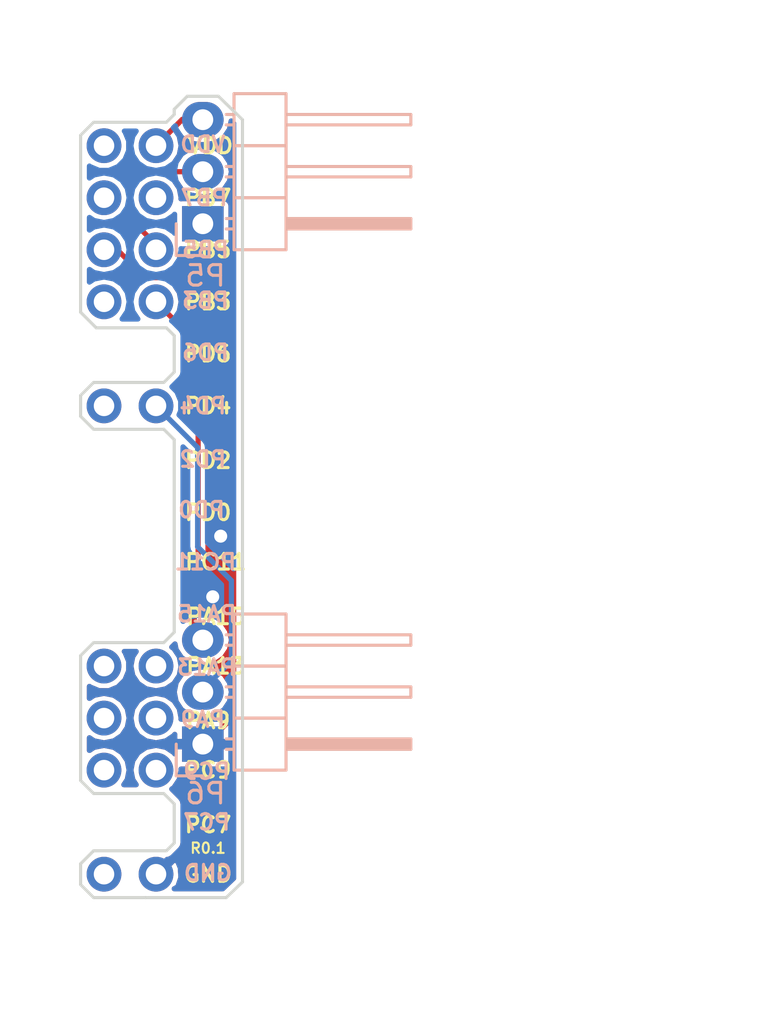
<source format=kicad_pcb>
(kicad_pcb (version 4) (host pcbnew 4.0.5)

  (general
    (links 6)
    (no_connects 0)
    (area 141.021999 116.383999 149.078001 155.650001)
    (thickness 1.6)
    (drawings 75)
    (tracks 41)
    (zones 0)
    (modules 8)
    (nets 7)
  )

  (page A)
  (title_block
    (title brain_board_STM32F407_SD_wing-it)
    (date 2017-01-22)
    (rev R0.1)
    (company "gerEFI by DAECU")
  )

  (layers
    (0 F.Cu signal)
    (31 B.Cu signal)
    (32 B.Adhes user)
    (33 F.Adhes user)
    (34 B.Paste user)
    (35 F.Paste user)
    (36 B.SilkS user)
    (37 F.SilkS user)
    (38 B.Mask user)
    (39 F.Mask user)
    (40 Dwgs.User user)
    (41 Cmts.User user)
    (42 Eco1.User user)
    (43 Eco2.User user)
    (44 Edge.Cuts user)
  )

  (setup
    (last_trace_width 0.254)
    (trace_clearance 0.2032)
    (zone_clearance 0.2286)
    (zone_45_only no)
    (trace_min 0.254)
    (segment_width 0.2)
    (edge_width 0.15)
    (via_size 0.889)
    (via_drill 0.635)
    (via_min_size 0.889)
    (via_min_drill 0.508)
    (uvia_size 0.508)
    (uvia_drill 0.127)
    (uvias_allowed no)
    (uvia_min_size 0.508)
    (uvia_min_drill 0.127)
    (pcb_text_width 0.3)
    (pcb_text_size 1 1)
    (mod_edge_width 0.15)
    (mod_text_size 1 1)
    (mod_text_width 0.15)
    (pad_size 1.7 1.7)
    (pad_drill 1)
    (pad_to_mask_clearance 0.0762)
    (aux_axis_origin 0 0)
    (visible_elements 7FFFFF7F)
    (pcbplotparams
      (layerselection 0x010f0_80000001)
      (usegerberextensions true)
      (excludeedgelayer true)
      (linewidth 0.150000)
      (plotframeref false)
      (viasonmask false)
      (mode 1)
      (useauxorigin false)
      (hpglpennumber 1)
      (hpglpenspeed 20)
      (hpglpendiameter 15)
      (hpglpenoverlay 2)
      (psnegative false)
      (psa4output false)
      (plotreference true)
      (plotvalue true)
      (plotinvisibletext false)
      (padsonsilk false)
      (subtractmaskfromsilk false)
      (outputformat 1)
      (mirror false)
      (drillshape 0)
      (scaleselection 1)
      (outputdirectory gerber/))
  )

  (net 0 "")
  (net 1 /PB3)
  (net 2 /PB4)
  (net 3 /PB5)
  (net 4 /PD4)
  (net 5 /VDD)
  (net 6 GND)

  (net_class Default "Это класс цепей по умолчанию."
    (clearance 0.2032)
    (trace_width 0.254)
    (via_dia 0.889)
    (via_drill 0.635)
    (uvia_dia 0.508)
    (uvia_drill 0.127)
    (add_net /PB3)
    (add_net /PB4)
    (add_net /PB5)
    (add_net /PD4)
    (add_net /VDD)
    (add_net GND)
  )

  (module Pin_Headers:Pin_Header_Straight_2x03_Pitch2.54mm (layer F.Cu) (tedit 5885015B) (tstamp 588500AE)
    (at 142.24 144.272)
    (descr "Through hole straight pin header, 2x03, 2.54mm pitch, double rows")
    (tags "Through hole pin header THT 2x03 2.54mm double row")
    (path /58850D8E)
    (fp_text reference P2 (at 1.27 -2.39) (layer F.SilkS) hide
      (effects (font (size 1 1) (thickness 0.15)))
    )
    (fp_text value CONN_02X03 (at 1.27 7.47) (layer F.Fab) hide
      (effects (font (size 1 1) (thickness 0.15)))
    )
    (fp_line (start -1.27 -1.27) (end -1.27 6.35) (layer F.Fab) (width 0.1))
    (fp_line (start -1.27 6.35) (end 3.81 6.35) (layer F.Fab) (width 0.1))
    (fp_line (start 3.81 6.35) (end 3.81 -1.27) (layer F.Fab) (width 0.1))
    (fp_line (start 3.81 -1.27) (end -1.27 -1.27) (layer F.Fab) (width 0.1))
    (fp_line (start -1.6 -1.6) (end -1.6 6.6) (layer F.CrtYd) (width 0.05))
    (fp_line (start -1.6 6.6) (end 4.1 6.6) (layer F.CrtYd) (width 0.05))
    (fp_line (start 4.1 6.6) (end 4.1 -1.6) (layer F.CrtYd) (width 0.05))
    (fp_line (start 4.1 -1.6) (end -1.6 -1.6) (layer F.CrtYd) (width 0.05))
    (pad 1 thru_hole circle (at 0 0) (size 1.7 1.7) (drill 1) (layers *.Cu *.Mask))
    (pad 2 thru_hole oval (at 2.54 0) (size 1.7 1.7) (drill 1) (layers *.Cu *.Mask))
    (pad 3 thru_hole oval (at 0 2.54) (size 1.7 1.7) (drill 1) (layers *.Cu *.Mask))
    (pad 4 thru_hole oval (at 2.54 2.54) (size 1.7 1.7) (drill 1) (layers *.Cu *.Mask))
    (pad 5 thru_hole oval (at 0 5.08) (size 1.7 1.7) (drill 1) (layers *.Cu *.Mask))
    (pad 6 thru_hole oval (at 2.54 5.08) (size 1.7 1.7) (drill 1) (layers *.Cu *.Mask))
    (model Pin_Headers.3dshapes/Pin_Header_Straight_2x03_Pitch2.54mm.wrl
      (at (xyz 0.05 -0.1 0))
      (scale (xyz 1 1 1))
      (rotate (xyz 0 0 90))
    )
  )

  (module Pin_Headers:Pin_Header_Straight_2x04_Pitch2.54mm (layer F.Cu) (tedit 588500E8) (tstamp 58850094)
    (at 142.24 118.872)
    (descr "Through hole straight pin header, 2x04, 2.54mm pitch, double rows")
    (tags "Through hole pin header THT 2x04 2.54mm double row")
    (path /58850F4A)
    (fp_text reference P1 (at 1.27 -2.39) (layer F.SilkS) hide
      (effects (font (size 1 1) (thickness 0.15)))
    )
    (fp_text value CONN_02X04 (at 1.27 10.01) (layer F.Fab) hide
      (effects (font (size 1 1) (thickness 0.15)))
    )
    (fp_line (start -1.27 -1.27) (end -1.27 8.89) (layer F.Fab) (width 0.1))
    (fp_line (start -1.27 8.89) (end 3.81 8.89) (layer F.Fab) (width 0.1))
    (fp_line (start 3.81 8.89) (end 3.81 -1.27) (layer F.Fab) (width 0.1))
    (fp_line (start 3.81 -1.27) (end -1.27 -1.27) (layer F.Fab) (width 0.1))
    (fp_line (start -1.6 -1.6) (end -1.6 9.2) (layer F.CrtYd) (width 0.05))
    (fp_line (start -1.6 9.2) (end 4.1 9.2) (layer F.CrtYd) (width 0.05))
    (fp_line (start 4.1 9.2) (end 4.1 -1.6) (layer F.CrtYd) (width 0.05))
    (fp_line (start 4.1 -1.6) (end -1.6 -1.6) (layer F.CrtYd) (width 0.05))
    (pad 1 thru_hole circle (at 0 0) (size 1.7 1.7) (drill 1) (layers *.Cu *.Mask))
    (pad 2 thru_hole oval (at 2.54 0) (size 1.7 1.7) (drill 1) (layers *.Cu *.Mask)
      (net 5 /VDD))
    (pad 3 thru_hole oval (at 0 2.54) (size 1.7 1.7) (drill 1) (layers *.Cu *.Mask))
    (pad 4 thru_hole oval (at 2.54 2.54) (size 1.7 1.7) (drill 1) (layers *.Cu *.Mask))
    (pad 5 thru_hole oval (at 0 5.08) (size 1.7 1.7) (drill 1) (layers *.Cu *.Mask)
      (net 2 /PB4))
    (pad 6 thru_hole oval (at 2.54 5.08) (size 1.7 1.7) (drill 1) (layers *.Cu *.Mask)
      (net 3 /PB5))
    (pad 7 thru_hole oval (at 0 7.62) (size 1.7 1.7) (drill 1) (layers *.Cu *.Mask))
    (pad 8 thru_hole oval (at 2.54 7.62) (size 1.7 1.7) (drill 1) (layers *.Cu *.Mask)
      (net 1 /PB3))
    (model Pin_Headers.3dshapes/Pin_Header_Straight_2x04_Pitch2.54mm.wrl
      (at (xyz 0.05 -0.15 0))
      (scale (xyz 1 1 1))
      (rotate (xyz 0 0 90))
    )
  )

  (module Pin_Headers:Pin_Header_Straight_1x01_Pitch2.54mm (layer F.Cu) (tedit 5884F641) (tstamp 5884F659)
    (at 142.24 131.572)
    (descr "Through hole straight pin header, 1x01, 2.54mm pitch, single row")
    (tags "Through hole pin header THT 1x01 2.54mm single row")
    (path /5884F69A)
    (fp_text reference P11 (at 0 -2.39) (layer F.SilkS) hide
      (effects (font (size 1 1) (thickness 0.15)))
    )
    (fp_text value CONN_01X01 (at 0 2.39) (layer F.Fab) hide
      (effects (font (size 1 1) (thickness 0.15)))
    )
    (fp_line (start -1.27 -1.27) (end -1.27 1.27) (layer F.Fab) (width 0.1))
    (fp_line (start -1.27 1.27) (end 1.27 1.27) (layer F.Fab) (width 0.1))
    (fp_line (start 1.27 1.27) (end 1.27 -1.27) (layer F.Fab) (width 0.1))
    (fp_line (start 1.27 -1.27) (end -1.27 -1.27) (layer F.Fab) (width 0.1))
    (fp_line (start -1.6 -1.6) (end -1.6 1.6) (layer F.CrtYd) (width 0.05))
    (fp_line (start -1.6 1.6) (end 1.6 1.6) (layer F.CrtYd) (width 0.05))
    (fp_line (start 1.6 1.6) (end 1.6 -1.6) (layer F.CrtYd) (width 0.05))
    (fp_line (start 1.6 -1.6) (end -1.6 -1.6) (layer F.CrtYd) (width 0.05))
    (pad 1 thru_hole circle (at 0 0) (size 1.7 1.7) (drill 1) (layers *.Cu *.Mask))
    (model Pin_Headers.3dshapes/Pin_Header_Straight_1x01_Pitch2.54mm.wrl
      (at (xyz 0 0 0))
      (scale (xyz 1 1 1))
      (rotate (xyz 0 0 90))
    )
  )

  (module Pin_Headers:Pin_Header_Straight_1x01_Pitch2.54mm (layer F.Cu) (tedit 5884F6CF) (tstamp 5884F66C)
    (at 141.859 154.432)
    (descr "Through hole straight pin header, 1x01, 2.54mm pitch, single row")
    (tags "Through hole pin header THT 1x01 2.54mm single row")
    (path /5884F6E2)
    (fp_text reference P12 (at 0 -2.39) (layer F.SilkS) hide
      (effects (font (size 1 1) (thickness 0.15)))
    )
    (fp_text value CONN_01X01 (at 0 2.39) (layer F.Fab) hide
      (effects (font (size 1 1) (thickness 0.15)))
    )
    (fp_line (start -1.27 -1.27) (end -1.27 1.27) (layer F.Fab) (width 0.1))
    (fp_line (start -1.27 1.27) (end 1.27 1.27) (layer F.Fab) (width 0.1))
    (fp_line (start 1.27 1.27) (end 1.27 -1.27) (layer F.Fab) (width 0.1))
    (fp_line (start 1.27 -1.27) (end -1.27 -1.27) (layer F.Fab) (width 0.1))
    (fp_line (start -1.6 -1.6) (end -1.6 1.6) (layer F.CrtYd) (width 0.05))
    (fp_line (start -1.6 1.6) (end 1.6 1.6) (layer F.CrtYd) (width 0.05))
    (fp_line (start 1.6 1.6) (end 1.6 -1.6) (layer F.CrtYd) (width 0.05))
    (fp_line (start 1.6 -1.6) (end -1.6 -1.6) (layer F.CrtYd) (width 0.05))
    (pad 1 thru_hole circle (at 0.381 0) (size 1.7 1.7) (drill 1) (layers *.Cu *.Mask))
    (model Pin_Headers.3dshapes/Pin_Header_Straight_1x01_Pitch2.54mm.wrl
      (at (xyz 0 0 0))
      (scale (xyz 1 1 1))
      (rotate (xyz 0 0 90))
    )
  )

  (module Pin_Headers:Pin_Header_Straight_1x01_Pitch2.54mm (layer F.Cu) (tedit 5884DCD6) (tstamp 5884DBE5)
    (at 144.78 154.432)
    (descr "Through hole straight pin header, 1x01, 2.54mm pitch, single row")
    (tags "Through hole pin header THT 1x01 2.54mm single row")
    (path /5884E591)
    (fp_text reference P8 (at 0 -2.39) (layer F.SilkS) hide
      (effects (font (size 1 1) (thickness 0.15)))
    )
    (fp_text value CONN_01X01 (at 0 2.39) (layer F.Fab) hide
      (effects (font (size 1 1) (thickness 0.15)))
    )
    (fp_line (start -1.27 -1.27) (end -1.27 1.27) (layer F.Fab) (width 0.1))
    (fp_line (start -1.27 1.27) (end 1.27 1.27) (layer F.Fab) (width 0.1))
    (fp_line (start 1.27 1.27) (end 1.27 -1.27) (layer F.Fab) (width 0.1))
    (fp_line (start 1.27 -1.27) (end -1.27 -1.27) (layer F.Fab) (width 0.1))
    (fp_line (start -1.6 -1.6) (end -1.6 1.6) (layer F.CrtYd) (width 0.05))
    (fp_line (start -1.6 1.6) (end 1.6 1.6) (layer F.CrtYd) (width 0.05))
    (fp_line (start 1.6 1.6) (end 1.6 -1.6) (layer F.CrtYd) (width 0.05))
    (fp_line (start 1.6 -1.6) (end -1.6 -1.6) (layer F.CrtYd) (width 0.05))
    (pad 1 thru_hole circle (at 0 0) (size 1.7 1.7) (drill 1) (layers *.Cu *.Mask)
      (net 6 GND))
    (model Pin_Headers.3dshapes/Pin_Header_Straight_1x01_Pitch2.54mm.wrl
      (at (xyz 0 0 0))
      (scale (xyz 1 1 1))
      (rotate (xyz 0 0 90))
    )
  )

  (module Pin_Headers:Pin_Header_Straight_1x01_Pitch2.54mm (layer F.Cu) (tedit 5884DC4B) (tstamp 5884DBD2)
    (at 144.78 131.572)
    (descr "Through hole straight pin header, 1x01, 2.54mm pitch, single row")
    (tags "Through hole pin header THT 1x01 2.54mm single row")
    (path /5884E491)
    (fp_text reference P7 (at 0 -2.39) (layer F.SilkS) hide
      (effects (font (size 1 1) (thickness 0.15)))
    )
    (fp_text value CONN_01X01 (at 0 2.39) (layer F.Fab) hide
      (effects (font (size 1 1) (thickness 0.15)))
    )
    (fp_line (start -1.27 -1.27) (end -1.27 1.27) (layer F.Fab) (width 0.1))
    (fp_line (start -1.27 1.27) (end 1.27 1.27) (layer F.Fab) (width 0.1))
    (fp_line (start 1.27 1.27) (end 1.27 -1.27) (layer F.Fab) (width 0.1))
    (fp_line (start 1.27 -1.27) (end -1.27 -1.27) (layer F.Fab) (width 0.1))
    (fp_line (start -1.6 -1.6) (end -1.6 1.6) (layer F.CrtYd) (width 0.05))
    (fp_line (start -1.6 1.6) (end 1.6 1.6) (layer F.CrtYd) (width 0.05))
    (fp_line (start 1.6 1.6) (end 1.6 -1.6) (layer F.CrtYd) (width 0.05))
    (fp_line (start 1.6 -1.6) (end -1.6 -1.6) (layer F.CrtYd) (width 0.05))
    (pad 1 thru_hole circle (at 0 0) (size 1.7 1.7) (drill 1) (layers *.Cu *.Mask)
      (net 4 /PD4))
    (model Pin_Headers.3dshapes/Pin_Header_Straight_1x01_Pitch2.54mm.wrl
      (at (xyz 0 0 0))
      (scale (xyz 1 1 1))
      (rotate (xyz 0 0 90))
    )
  )

  (module Pin_Headers:Pin_Header_Angled_1x03 (layer B.Cu) (tedit 58616A15) (tstamp 5861092D)
    (at 147.066 122.682)
    (descr "Through hole pin header")
    (tags "pin header")
    (path /58618F13)
    (fp_text reference P5 (at 0.127 2.54) (layer B.SilkS)
      (effects (font (size 1 1) (thickness 0.15)) (justify mirror))
    )
    (fp_text value CONN_01X03 (at 0 3.1) (layer B.Fab) hide
      (effects (font (size 1 1) (thickness 0.15)) (justify mirror))
    )
    (fp_line (start -1.5 1.75) (end -1.5 -6.85) (layer B.CrtYd) (width 0.05))
    (fp_line (start 10.65 1.75) (end 10.65 -6.85) (layer B.CrtYd) (width 0.05))
    (fp_line (start -1.5 1.75) (end 10.65 1.75) (layer B.CrtYd) (width 0.05))
    (fp_line (start -1.5 -6.85) (end 10.65 -6.85) (layer B.CrtYd) (width 0.05))
    (fp_line (start -1.3 1.55) (end -1.3 0) (layer B.SilkS) (width 0.15))
    (fp_line (start 0 1.55) (end -1.3 1.55) (layer B.SilkS) (width 0.15))
    (fp_line (start 4.191 0.127) (end 10.033 0.127) (layer B.SilkS) (width 0.15))
    (fp_line (start 10.033 0.127) (end 10.033 -0.127) (layer B.SilkS) (width 0.15))
    (fp_line (start 10.033 -0.127) (end 4.191 -0.127) (layer B.SilkS) (width 0.15))
    (fp_line (start 4.191 -0.127) (end 4.191 0) (layer B.SilkS) (width 0.15))
    (fp_line (start 4.191 0) (end 10.033 0) (layer B.SilkS) (width 0.15))
    (fp_line (start 1.524 0.254) (end 1.143 0.254) (layer B.SilkS) (width 0.15))
    (fp_line (start 1.524 -0.254) (end 1.143 -0.254) (layer B.SilkS) (width 0.15))
    (fp_line (start 1.524 -2.286) (end 1.143 -2.286) (layer B.SilkS) (width 0.15))
    (fp_line (start 1.524 -2.794) (end 1.143 -2.794) (layer B.SilkS) (width 0.15))
    (fp_line (start 1.524 -4.826) (end 1.143 -4.826) (layer B.SilkS) (width 0.15))
    (fp_line (start 1.524 -5.334) (end 1.143 -5.334) (layer B.SilkS) (width 0.15))
    (fp_line (start 4.064 -1.27) (end 4.064 1.27) (layer B.SilkS) (width 0.15))
    (fp_line (start 10.16 -0.254) (end 4.064 -0.254) (layer B.SilkS) (width 0.15))
    (fp_line (start 10.16 0.254) (end 10.16 -0.254) (layer B.SilkS) (width 0.15))
    (fp_line (start 4.064 0.254) (end 10.16 0.254) (layer B.SilkS) (width 0.15))
    (fp_line (start 1.524 -1.27) (end 4.064 -1.27) (layer B.SilkS) (width 0.15))
    (fp_line (start 1.524 1.27) (end 1.524 -1.27) (layer B.SilkS) (width 0.15))
    (fp_line (start 1.524 1.27) (end 4.064 1.27) (layer B.SilkS) (width 0.15))
    (fp_line (start 1.524 -3.81) (end 4.064 -3.81) (layer B.SilkS) (width 0.15))
    (fp_line (start 1.524 -3.81) (end 1.524 -6.35) (layer B.SilkS) (width 0.15))
    (fp_line (start 4.064 -4.826) (end 10.16 -4.826) (layer B.SilkS) (width 0.15))
    (fp_line (start 10.16 -4.826) (end 10.16 -5.334) (layer B.SilkS) (width 0.15))
    (fp_line (start 10.16 -5.334) (end 4.064 -5.334) (layer B.SilkS) (width 0.15))
    (fp_line (start 4.064 -6.35) (end 4.064 -3.81) (layer B.SilkS) (width 0.15))
    (fp_line (start 4.064 -3.81) (end 4.064 -1.27) (layer B.SilkS) (width 0.15))
    (fp_line (start 10.16 -2.794) (end 4.064 -2.794) (layer B.SilkS) (width 0.15))
    (fp_line (start 10.16 -2.286) (end 10.16 -2.794) (layer B.SilkS) (width 0.15))
    (fp_line (start 4.064 -2.286) (end 10.16 -2.286) (layer B.SilkS) (width 0.15))
    (fp_line (start 1.524 -3.81) (end 4.064 -3.81) (layer B.SilkS) (width 0.15))
    (fp_line (start 1.524 -1.27) (end 1.524 -3.81) (layer B.SilkS) (width 0.15))
    (fp_line (start 1.524 -1.27) (end 4.064 -1.27) (layer B.SilkS) (width 0.15))
    (fp_line (start 1.524 -6.35) (end 4.064 -6.35) (layer B.SilkS) (width 0.15))
    (pad 1 thru_hole rect (at 0 0) (size 2.032 1.7272) (drill 1.016) (layers *.Cu *.Mask)
      (net 2 /PB4))
    (pad 2 thru_hole oval (at 0 -2.54) (size 2.032 1.7272) (drill 1.016) (layers *.Cu *.Mask)
      (net 3 /PB5))
    (pad 3 thru_hole oval (at 0 -5.08) (size 2.032 1.7272) (drill 1.016) (layers *.Cu *.Mask)
      (net 5 /VDD))
    (model Pin_Headers.3dshapes/Pin_Header_Angled_1x03.wrl
      (at (xyz 0 -0.1 0))
      (scale (xyz 1 1 1))
      (rotate (xyz 0 0 90))
    )
  )

  (module Pin_Headers:Pin_Header_Angled_1x03 (layer B.Cu) (tedit 58616A0D) (tstamp 5861095A)
    (at 147.066 148.082)
    (descr "Through hole pin header")
    (tags "pin header")
    (path /58619400)
    (fp_text reference P6 (at 0.127 2.413) (layer B.SilkS)
      (effects (font (size 1 1) (thickness 0.15)) (justify mirror))
    )
    (fp_text value CONN_01X03 (at 0 3.1) (layer B.Fab) hide
      (effects (font (size 1 1) (thickness 0.15)) (justify mirror))
    )
    (fp_line (start -1.5 1.75) (end -1.5 -6.85) (layer B.CrtYd) (width 0.05))
    (fp_line (start 10.65 1.75) (end 10.65 -6.85) (layer B.CrtYd) (width 0.05))
    (fp_line (start -1.5 1.75) (end 10.65 1.75) (layer B.CrtYd) (width 0.05))
    (fp_line (start -1.5 -6.85) (end 10.65 -6.85) (layer B.CrtYd) (width 0.05))
    (fp_line (start -1.3 1.55) (end -1.3 0) (layer B.SilkS) (width 0.15))
    (fp_line (start 0 1.55) (end -1.3 1.55) (layer B.SilkS) (width 0.15))
    (fp_line (start 4.191 0.127) (end 10.033 0.127) (layer B.SilkS) (width 0.15))
    (fp_line (start 10.033 0.127) (end 10.033 -0.127) (layer B.SilkS) (width 0.15))
    (fp_line (start 10.033 -0.127) (end 4.191 -0.127) (layer B.SilkS) (width 0.15))
    (fp_line (start 4.191 -0.127) (end 4.191 0) (layer B.SilkS) (width 0.15))
    (fp_line (start 4.191 0) (end 10.033 0) (layer B.SilkS) (width 0.15))
    (fp_line (start 1.524 0.254) (end 1.143 0.254) (layer B.SilkS) (width 0.15))
    (fp_line (start 1.524 -0.254) (end 1.143 -0.254) (layer B.SilkS) (width 0.15))
    (fp_line (start 1.524 -2.286) (end 1.143 -2.286) (layer B.SilkS) (width 0.15))
    (fp_line (start 1.524 -2.794) (end 1.143 -2.794) (layer B.SilkS) (width 0.15))
    (fp_line (start 1.524 -4.826) (end 1.143 -4.826) (layer B.SilkS) (width 0.15))
    (fp_line (start 1.524 -5.334) (end 1.143 -5.334) (layer B.SilkS) (width 0.15))
    (fp_line (start 4.064 -1.27) (end 4.064 1.27) (layer B.SilkS) (width 0.15))
    (fp_line (start 10.16 -0.254) (end 4.064 -0.254) (layer B.SilkS) (width 0.15))
    (fp_line (start 10.16 0.254) (end 10.16 -0.254) (layer B.SilkS) (width 0.15))
    (fp_line (start 4.064 0.254) (end 10.16 0.254) (layer B.SilkS) (width 0.15))
    (fp_line (start 1.524 -1.27) (end 4.064 -1.27) (layer B.SilkS) (width 0.15))
    (fp_line (start 1.524 1.27) (end 1.524 -1.27) (layer B.SilkS) (width 0.15))
    (fp_line (start 1.524 1.27) (end 4.064 1.27) (layer B.SilkS) (width 0.15))
    (fp_line (start 1.524 -3.81) (end 4.064 -3.81) (layer B.SilkS) (width 0.15))
    (fp_line (start 1.524 -3.81) (end 1.524 -6.35) (layer B.SilkS) (width 0.15))
    (fp_line (start 4.064 -4.826) (end 10.16 -4.826) (layer B.SilkS) (width 0.15))
    (fp_line (start 10.16 -4.826) (end 10.16 -5.334) (layer B.SilkS) (width 0.15))
    (fp_line (start 10.16 -5.334) (end 4.064 -5.334) (layer B.SilkS) (width 0.15))
    (fp_line (start 4.064 -6.35) (end 4.064 -3.81) (layer B.SilkS) (width 0.15))
    (fp_line (start 4.064 -3.81) (end 4.064 -1.27) (layer B.SilkS) (width 0.15))
    (fp_line (start 10.16 -2.794) (end 4.064 -2.794) (layer B.SilkS) (width 0.15))
    (fp_line (start 10.16 -2.286) (end 10.16 -2.794) (layer B.SilkS) (width 0.15))
    (fp_line (start 4.064 -2.286) (end 10.16 -2.286) (layer B.SilkS) (width 0.15))
    (fp_line (start 1.524 -3.81) (end 4.064 -3.81) (layer B.SilkS) (width 0.15))
    (fp_line (start 1.524 -1.27) (end 1.524 -3.81) (layer B.SilkS) (width 0.15))
    (fp_line (start 1.524 -1.27) (end 4.064 -1.27) (layer B.SilkS) (width 0.15))
    (fp_line (start 1.524 -6.35) (end 4.064 -6.35) (layer B.SilkS) (width 0.15))
    (pad 1 thru_hole rect (at 0 0) (size 2.032 1.7272) (drill 1.016) (layers *.Cu *.Mask)
      (net 6 GND))
    (pad 2 thru_hole oval (at 0 -2.54) (size 2.032 1.7272) (drill 1.016) (layers *.Cu *.Mask)
      (net 4 /PD4))
    (pad 3 thru_hole oval (at 0 -5.08) (size 2.032 1.7272) (drill 1.016) (layers *.Cu *.Mask)
      (net 1 /PB3))
    (model Pin_Headers.3dshapes/Pin_Header_Angled_1x03.wrl
      (at (xyz 0 -0.1 0))
      (scale (xyz 1 1 1))
      (rotate (xyz 0 0 90))
    )
  )

  (gr_line (start 145.669 151.003) (end 145.669 152.908) (angle 90) (layer Edge.Cuts) (width 0.15))
  (gr_line (start 145.161 150.495) (end 145.669 151.003) (angle 90) (layer Edge.Cuts) (width 0.15))
  (gr_line (start 141.732 150.495) (end 145.161 150.495) (angle 90) (layer Edge.Cuts) (width 0.15))
  (gr_line (start 141.097 149.86) (end 141.732 150.495) (angle 90) (layer Edge.Cuts) (width 0.15))
  (gr_line (start 141.097 143.764) (end 141.097 149.86) (angle 90) (layer Edge.Cuts) (width 0.15))
  (gr_line (start 145.669 142.621) (end 145.669 133.223) (angle 90) (layer Edge.Cuts) (width 0.15))
  (gr_line (start 145.161 143.129) (end 145.669 142.621) (angle 90) (layer Edge.Cuts) (width 0.15))
  (gr_line (start 141.732 143.129) (end 145.161 143.129) (angle 90) (layer Edge.Cuts) (width 0.15))
  (gr_line (start 141.097 143.764) (end 141.732 143.129) (angle 90) (layer Edge.Cuts) (width 0.15))
  (gr_line (start 141.097 118.364) (end 141.097 127) (angle 90) (layer Edge.Cuts) (width 0.15))
  (gr_line (start 145.288 153.289) (end 145.415 153.162) (angle 90) (layer Edge.Cuts) (width 0.15))
  (gr_line (start 141.732 153.289) (end 145.288 153.289) (angle 90) (layer Edge.Cuts) (width 0.15))
  (gr_line (start 141.097 153.924) (end 141.732 153.289) (angle 90) (layer Edge.Cuts) (width 0.15))
  (gr_line (start 141.097 154.94) (end 141.097 153.924) (angle 90) (layer Edge.Cuts) (width 0.15))
  (gr_line (start 141.732 155.575) (end 141.097 154.94) (angle 90) (layer Edge.Cuts) (width 0.15))
  (gr_line (start 144.272 155.575) (end 141.732 155.575) (angle 90) (layer Edge.Cuts) (width 0.15))
  (gr_line (start 145.161 132.715) (end 145.288 132.842) (angle 90) (layer Edge.Cuts) (width 0.15))
  (gr_line (start 141.732 132.715) (end 145.161 132.715) (angle 90) (layer Edge.Cuts) (width 0.15))
  (gr_line (start 141.097 132.08) (end 141.732 132.715) (angle 90) (layer Edge.Cuts) (width 0.15))
  (gr_line (start 141.097 131.064) (end 141.097 132.08) (angle 90) (layer Edge.Cuts) (width 0.15))
  (gr_line (start 141.732 130.429) (end 141.097 131.064) (angle 90) (layer Edge.Cuts) (width 0.15))
  (gr_line (start 145.161 130.429) (end 141.732 130.429) (angle 90) (layer Edge.Cuts) (width 0.15))
  (gr_line (start 145.288 130.302) (end 145.161 130.429) (angle 90) (layer Edge.Cuts) (width 0.15))
  (gr_line (start 145.288 117.729) (end 145.669 117.348) (angle 90) (layer Edge.Cuts) (width 0.15))
  (gr_line (start 141.732 117.729) (end 145.288 117.729) (angle 90) (layer Edge.Cuts) (width 0.15))
  (gr_line (start 141.097 118.364) (end 141.732 117.729) (angle 90) (layer Edge.Cuts) (width 0.15))
  (gr_line (start 141.859 127.762) (end 141.097 127) (angle 90) (layer Edge.Cuts) (width 0.15))
  (gr_line (start 145.288 127.762) (end 141.859 127.762) (angle 90) (layer Edge.Cuts) (width 0.15))
  (dimension 5.461 (width 0.25) (layer Cmts.User)
    (gr_text "0.2150 in" (at 153.162 161.036) (layer Cmts.User)
      (effects (font (size 1 1) (thickness 0.25)))
    )
    (feature1 (pts (xy 148.971 155.829) (xy 148.971 163.036)))
    (feature2 (pts (xy 143.51 155.829) (xy 143.51 163.036)))
    (crossbar (pts (xy 143.51 161.036) (xy 148.971 161.036)))
    (arrow1a (pts (xy 148.971 161.036) (xy 147.844496 161.622421)))
    (arrow1b (pts (xy 148.971 161.036) (xy 147.844496 160.449579)))
    (arrow2a (pts (xy 143.51 161.036) (xy 144.636504 161.622421)))
    (arrow2b (pts (xy 143.51 161.036) (xy 144.636504 160.449579)))
  )
  (dimension 39.116 (width 0.25) (layer Cmts.User)
    (gr_text "1.5400 in" (at 173.466 136.017 270) (layer Cmts.User)
      (effects (font (size 1 1) (thickness 0.25)))
    )
    (feature1 (pts (xy 149.225 155.575) (xy 174.466 155.575)))
    (feature2 (pts (xy 149.225 116.459) (xy 174.466 116.459)))
    (crossbar (pts (xy 172.466 116.459) (xy 172.466 155.575)))
    (arrow1a (pts (xy 172.466 155.575) (xy 171.879579 154.448496)))
    (arrow1b (pts (xy 172.466 155.575) (xy 173.052421 154.448496)))
    (arrow2a (pts (xy 172.466 116.459) (xy 171.879579 117.585504)))
    (arrow2b (pts (xy 172.466 116.459) (xy 173.052421 117.585504)))
  )
  (gr_line (start 149.003 154.813) (end 148.209 155.575) (angle 90) (layer Edge.Cuts) (width 0.15))
  (gr_line (start 145.669 129.921) (end 145.669 128.143) (angle 90) (layer Edge.Cuts) (width 0.15))
  (gr_line (start 145.288 130.302) (end 145.669 129.921) (angle 90) (layer Edge.Cuts) (width 0.15))
  (gr_line (start 147.828 116.459) (end 146.304 116.459) (angle 90) (layer Edge.Cuts) (width 0.15))
  (gr_line (start 147.828 116.459) (end 149.003 117.602) (angle 90) (layer Edge.Cuts) (width 0.15))
  (gr_line (start 145.669 117.094) (end 146.304 116.459) (angle 90) (layer Edge.Cuts) (width 0.15))
  (gr_line (start 145.669 117.348) (end 145.669 117.094) (angle 90) (layer Edge.Cuts) (width 0.15))
  (gr_line (start 145.669 128.143) (end 145.288 127.762) (angle 90) (layer Edge.Cuts) (width 0.15))
  (gr_line (start 145.669 133.223) (end 145.288 132.842) (angle 90) (layer Edge.Cuts) (width 0.15))
  (gr_line (start 145.415 153.162) (end 145.669 152.908) (angle 90) (layer Edge.Cuts) (width 0.15))
  (gr_line (start 144.272 155.575) (end 148.209 155.575) (angle 90) (layer Edge.Cuts) (width 0.15))
  (gr_line (start 149.003 117.602) (end 149.003 154.813) (angle 90) (layer Edge.Cuts) (width 0.15))
  (dimension 33.02 (width 0.25) (layer Cmts.User)
    (gr_text "1.3000 in" (at 159.496 132.842 90) (layer Cmts.User)
      (effects (font (size 1 1) (thickness 0.25)))
    )
    (feature1 (pts (xy 149.352 116.332) (xy 160.496 116.332)))
    (feature2 (pts (xy 149.352 149.352) (xy 160.496 149.352)))
    (crossbar (pts (xy 158.496 149.352) (xy 158.496 116.332)))
    (arrow1a (pts (xy 158.496 116.332) (xy 159.082421 117.458504)))
    (arrow1b (pts (xy 158.496 116.332) (xy 157.909579 117.458504)))
    (arrow2a (pts (xy 158.496 149.352) (xy 159.082421 148.225496)))
    (arrow2b (pts (xy 158.496 149.352) (xy 157.909579 148.225496)))
  )
  (dimension 33.02 (width 0.25) (layer Cmts.User)
    (gr_text "1.3000 in" (at 168.64 132.715 270) (layer Cmts.User) (tstamp 58616E1A)
      (effects (font (size 1 1) (thickness 0.25)))
    )
    (feature1 (pts (xy 158.75 149.225) (xy 169.64 149.225)))
    (feature2 (pts (xy 158.75 116.205) (xy 169.64 116.205)))
    (crossbar (pts (xy 167.64 116.205) (xy 167.64 149.225)))
    (arrow1a (pts (xy 167.64 149.225) (xy 167.053579 148.098496)))
    (arrow1b (pts (xy 167.64 149.225) (xy 168.226421 148.098496)))
    (arrow2a (pts (xy 167.64 116.205) (xy 167.053579 117.331504)))
    (arrow2b (pts (xy 167.64 116.205) (xy 168.226421 117.331504)))
  )
  (gr_text R0.1 (at 147.32 153.162) (layer F.SilkS)
    (effects (font (size 0.508 0.508) (thickness 0.1016)))
  )
  (gr_text GND (at 147.32 154.3685) (layer B.SilkS) (tstamp 52FE40EA)
    (effects (font (size 0.762 0.762) (thickness 0.1524)) (justify mirror))
  )
  (gr_text VDD (at 147.066 118.8085) (layer B.SilkS) (tstamp 52FE40E0)
    (effects (font (size 0.762 0.762) (thickness 0.1524)) (justify mirror))
  )
  (gr_text PB7 (at 147.1295 121.412) (layer B.SilkS) (tstamp 52FE40DF)
    (effects (font (size 0.762 0.762) (thickness 0.1524)) (justify mirror))
  )
  (gr_text PB5 (at 147.193 123.952) (layer B.SilkS) (tstamp 52FE40DE)
    (effects (font (size 0.762 0.762) (thickness 0.1524)) (justify mirror))
  )
  (gr_text PB3 (at 147.193 126.4285) (layer B.SilkS) (tstamp 52FE40DD)
    (effects (font (size 0.762 0.762) (thickness 0.1524)) (justify mirror))
  )
  (gr_text PD6 (at 147.193 128.9685) (layer B.SilkS) (tstamp 52FE40DC)
    (effects (font (size 0.762 0.762) (thickness 0.1524)) (justify mirror))
  )
  (gr_text PD4 (at 147.066 131.572) (layer B.SilkS) (tstamp 52FE40DB)
    (effects (font (size 0.762 0.762) (thickness 0.1524)) (justify mirror))
  )
  (gr_text PD2 (at 147.066 134.1755) (layer B.SilkS) (tstamp 52FE40DA)
    (effects (font (size 0.762 0.762) (thickness 0.1524)) (justify mirror))
  )
  (gr_text PD0 (at 147.0025 136.652) (layer B.SilkS) (tstamp 52FE40D9)
    (effects (font (size 0.762 0.762) (thickness 0.1524)) (justify mirror))
  )
  (gr_text PC11 (at 147.193 139.192) (layer B.SilkS) (tstamp 52FE40D8)
    (effects (font (size 0.762 0.762) (thickness 0.1524)) (justify mirror))
  )
  (gr_text PA15 (at 147.2565 141.732) (layer B.SilkS) (tstamp 52FE40D7)
    (effects (font (size 0.762 0.762) (thickness 0.1524)) (justify mirror))
  )
  (gr_text PA13 (at 147.2565 144.3355) (layer B.SilkS) (tstamp 52FE40D6)
    (effects (font (size 0.762 0.762) (thickness 0.1524)) (justify mirror))
  )
  (gr_text PA9 (at 147.066 146.8755) (layer B.SilkS) (tstamp 52FE40D5)
    (effects (font (size 0.762 0.762) (thickness 0.1524)) (justify mirror))
  )
  (gr_text PC9 (at 147.2565 149.4155) (layer B.SilkS) (tstamp 52FE40D4)
    (effects (font (size 0.762 0.762) (thickness 0.1524)) (justify mirror))
  )
  (gr_text PC7 (at 147.2565 151.892) (layer B.SilkS) (tstamp 52FE40D3)
    (effects (font (size 0.762 0.762) (thickness 0.1524)) (justify mirror))
  )
  (gr_text GND (at 147.32 154.432) (layer F.SilkS)
    (effects (font (size 0.762 0.762) (thickness 0.1524)))
  )
  (gr_text PC7 (at 147.32 152.019) (layer F.SilkS)
    (effects (font (size 0.762 0.762) (thickness 0.1524)))
  )
  (gr_text PC9 (at 147.32 149.352) (layer F.SilkS)
    (effects (font (size 0.762 0.762) (thickness 0.1524)))
  )
  (gr_text PA9 (at 147.32 146.939) (layer F.SilkS)
    (effects (font (size 0.762 0.762) (thickness 0.1524)))
  )
  (gr_text PA13 (at 147.701 144.272) (layer F.SilkS)
    (effects (font (size 0.762 0.762) (thickness 0.1524)))
  )
  (gr_text PA15 (at 147.701 141.859) (layer F.SilkS)
    (effects (font (size 0.762 0.762) (thickness 0.1524)))
  )
  (gr_text PC11 (at 147.701 139.192) (layer F.SilkS)
    (effects (font (size 0.762 0.762) (thickness 0.1524)))
  )
  (gr_text PD0 (at 147.32 136.779) (layer F.SilkS)
    (effects (font (size 0.762 0.762) (thickness 0.1524)))
  )
  (gr_text PD2 (at 147.32 134.239) (layer F.SilkS)
    (effects (font (size 0.762 0.762) (thickness 0.1524)))
  )
  (gr_text PD4 (at 147.32 131.572) (layer F.SilkS)
    (effects (font (size 0.762 0.762) (thickness 0.1524)))
  )
  (gr_text PD6 (at 147.32 129.032) (layer F.SilkS)
    (effects (font (size 0.762 0.762) (thickness 0.1524)))
  )
  (gr_text PB3 (at 147.32 126.492) (layer F.SilkS)
    (effects (font (size 0.762 0.762) (thickness 0.1524)))
  )
  (gr_text PB5 (at 147.32 123.952) (layer F.SilkS)
    (effects (font (size 0.762 0.762) (thickness 0.1524)))
  )
  (gr_text PB7 (at 147.32 121.412) (layer F.SilkS)
    (effects (font (size 0.762 0.762) (thickness 0.1524)))
  )
  (gr_text VDD (at 147.447 118.872) (layer F.SilkS)
    (effects (font (size 0.762 0.762) (thickness 0.1524)))
  )

  (segment (start 147.066 143.002) (end 146.9136 143.002) (width 0.254) (layer F.Cu) (net 1))
  (segment (start 146.9136 143.002) (end 146.6469 142.7353) (width 0.254) (layer F.Cu) (net 1))
  (segment (start 146.6469 142.7353) (end 146.6469 140.373985) (width 0.254) (layer F.Cu) (net 1))
  (segment (start 146.6469 140.373985) (end 146.83688 140.184005) (width 0.254) (layer F.Cu) (net 1))
  (segment (start 145.629999 127.341999) (end 144.78 126.492) (width 0.254) (layer F.Cu) (net 1))
  (segment (start 146.83688 140.184005) (end 146.83688 128.54888) (width 0.254) (layer F.Cu) (net 1))
  (segment (start 146.83688 128.54888) (end 145.629999 127.341999) (width 0.254) (layer F.Cu) (net 1))
  (segment (start 144.78 126.492) (end 144.671415 126.492) (width 0.254) (layer F.Cu) (net 1))
  (segment (start 147.066 123.879645) (end 147.066 122.682) (width 0.254) (layer F.Cu) (net 2))
  (segment (start 145.633846 125.311799) (end 147.066 123.879645) (width 0.254) (layer F.Cu) (net 2))
  (segment (start 144.246799 125.311799) (end 145.633846 125.311799) (width 0.254) (layer F.Cu) (net 2))
  (segment (start 142.887 123.952) (end 144.246799 125.311799) (width 0.254) (layer F.Cu) (net 2))
  (segment (start 142.24 123.952) (end 142.887 123.952) (width 0.254) (layer F.Cu) (net 2))
  (segment (start 144.78 123.952) (end 144.78 123.698) (width 0.254) (layer F.Cu) (net 3))
  (segment (start 144.78 123.698) (end 143.51 122.428) (width 0.254) (layer F.Cu) (net 3) (tstamp 588503C9))
  (segment (start 144.272 120.142) (end 147.066 120.142) (width 0.254) (layer F.Cu) (net 3) (tstamp 588503CD))
  (segment (start 143.51 120.904) (end 144.272 120.142) (width 0.254) (layer F.Cu) (net 3) (tstamp 588503CC))
  (segment (start 143.51 122.428) (end 143.51 120.904) (width 0.254) (layer F.Cu) (net 3) (tstamp 588503CA))
  (segment (start 144.78 123.952) (end 144.78 123.825) (width 0.254) (layer B.Cu) (net 3))
  (segment (start 147.066 145.542) (end 147.066 145.415) (width 0.254) (layer B.Cu) (net 4))
  (segment (start 147.066 145.415) (end 148.463 144.018) (width 0.254) (layer B.Cu) (net 4))
  (segment (start 148.463 144.018) (end 148.463 140.101955) (width 0.254) (layer B.Cu) (net 4))
  (segment (start 148.463 140.101955) (end 146.812 138.450955) (width 0.254) (layer B.Cu) (net 4))
  (segment (start 146.812 138.450955) (end 146.812 133.604) (width 0.254) (layer B.Cu) (net 4))
  (segment (start 146.812 133.604) (end 144.78 131.572) (width 0.254) (layer B.Cu) (net 4))
  (segment (start 145.883 117.769) (end 146.068296 117.583704) (width 0.254) (layer F.Cu) (net 5))
  (segment (start 144.78 118.872) (end 145.883 117.769) (width 0.254) (layer F.Cu) (net 5))
  (segment (start 146.05 117.602) (end 145.883 117.769) (width 0.254) (layer F.Cu) (net 5))
  (segment (start 147.066 117.602) (end 146.05 117.602) (width 0.254) (layer F.Cu) (net 5))
  (segment (start 145.883 117.769) (end 144.78 118.872) (width 0.254) (layer F.Cu) (net 5))
  (segment (start 147.93849 140.503275) (end 147.54987 140.891895) (width 0.254) (layer F.Cu) (net 6))
  (segment (start 147.93849 137.931525) (end 147.93849 140.503275) (width 0.254) (layer F.Cu) (net 6))
  (via (at 147.54987 140.891895) (size 0.889) (drill 0.635) (layers F.Cu B.Cu) (net 6))
  (segment (start 148.463 138.456035) (end 148.382989 138.376024) (width 0.254) (layer F.Cu) (net 6))
  (segment (start 148.382989 138.376024) (end 147.93849 137.931525) (width 0.254) (layer F.Cu) (net 6))
  (segment (start 148.463 146.8374) (end 148.463 138.456035) (width 0.254) (layer F.Cu) (net 6))
  (segment (start 147.2184 148.082) (end 148.463 146.8374) (width 0.254) (layer F.Cu) (net 6))
  (segment (start 147.066 148.082) (end 147.2184 148.082) (width 0.254) (layer F.Cu) (net 6))
  (via (at 147.93849 137.931525) (size 0.889) (drill 0.635) (layers F.Cu B.Cu) (net 6))
  (segment (start 147.066 148.082) (end 147.066 152.146) (width 0.254) (layer F.Cu) (net 6))
  (segment (start 147.066 152.146) (end 144.78 154.432) (width 0.254) (layer F.Cu) (net 6) (tstamp 5884D622))

  (zone (net 6) (net_name GND) (layer F.Cu) (tstamp 5884E142) (hatch edge 0.508)
    (connect_pads (clearance 0.2286))
    (min_thickness 0.254)
    (fill yes (arc_segments 16) (thermal_gap 0.2286) (thermal_bridge_width 0.508))
    (polygon
      (pts
        (xy 152.4 157.48) (xy 139.7 157.48) (xy 139.7 114.3) (xy 152.4 114.3)
      )
    )
    (filled_polygon
      (pts
        (xy 148.5724 117.783852) (xy 148.5724 154.629431) (xy 148.035805 155.1444) (xy 145.672008 155.1444) (xy 145.671116 155.143508)
        (xy 145.843786 155.047905) (xy 145.998507 154.593928) (xy 145.967721 154.1153) (xy 145.843786 153.816095) (xy 145.671114 153.720491)
        (xy 144.959605 154.432) (xy 144.973748 154.446143) (xy 144.794143 154.625748) (xy 144.78 154.611605) (xy 144.765858 154.625748)
        (xy 144.586253 154.446143) (xy 144.600395 154.432) (xy 144.586253 154.417858) (xy 144.765858 154.238253) (xy 144.78 154.252395)
        (xy 145.318952 153.713443) (xy 145.452784 153.686823) (xy 145.59248 153.59348) (xy 145.97348 153.21248) (xy 146.066822 153.072784)
        (xy 146.066823 153.072783) (xy 146.0996 152.908) (xy 146.0996 151.003) (xy 146.066823 150.838217) (xy 146.04094 150.79948)
        (xy 145.97348 150.698519) (xy 145.550208 150.275248) (xy 145.656107 150.204488) (xy 145.917448 149.813363) (xy 146.009219 149.352)
        (xy 145.999114 149.3012) (xy 146.8501 149.3012) (xy 146.939 149.2123) (xy 146.939 148.209) (xy 147.193 148.209)
        (xy 147.193 149.2123) (xy 147.2819 149.3012) (xy 148.152733 149.3012) (xy 148.283431 149.247063) (xy 148.383463 149.147031)
        (xy 148.4376 149.016333) (xy 148.4376 148.2979) (xy 148.3487 148.209) (xy 147.193 148.209) (xy 146.939 148.209)
        (xy 145.7833 148.209) (xy 145.6944 148.2979) (xy 145.6944 148.556822) (xy 145.656107 148.499512) (xy 145.264982 148.238171)
        (xy 144.803619 148.1464) (xy 144.756381 148.1464) (xy 144.295018 148.238171) (xy 143.903893 148.499512) (xy 143.642552 148.890637)
        (xy 143.550781 149.352) (xy 143.642552 149.813363) (xy 143.810289 150.0644) (xy 143.209711 150.0644) (xy 143.377448 149.813363)
        (xy 143.469219 149.352) (xy 143.377448 148.890637) (xy 143.116107 148.499512) (xy 142.724982 148.238171) (xy 142.263619 148.1464)
        (xy 142.216381 148.1464) (xy 141.755018 148.238171) (xy 141.5276 148.390127) (xy 141.5276 147.773873) (xy 141.755018 147.925829)
        (xy 142.216381 148.0176) (xy 142.263619 148.0176) (xy 142.724982 147.925829) (xy 143.116107 147.664488) (xy 143.377448 147.273363)
        (xy 143.469219 146.812) (xy 143.550781 146.812) (xy 143.642552 147.273363) (xy 143.903893 147.664488) (xy 144.295018 147.925829)
        (xy 144.756381 148.0176) (xy 144.803619 148.0176) (xy 145.264982 147.925829) (xy 145.656107 147.664488) (xy 145.6944 147.607178)
        (xy 145.6944 147.8661) (xy 145.7833 147.955) (xy 146.939 147.955) (xy 146.939 146.9517) (xy 147.193 146.9517)
        (xy 147.193 147.955) (xy 148.3487 147.955) (xy 148.4376 147.8661) (xy 148.4376 147.147667) (xy 148.383463 147.016969)
        (xy 148.283431 146.916937) (xy 148.152733 146.8628) (xy 147.2819 146.8628) (xy 147.193 146.9517) (xy 146.939 146.9517)
        (xy 146.8501 146.8628) (xy 145.999114 146.8628) (xy 146.009219 146.812) (xy 145.917448 146.350637) (xy 145.656107 145.959512)
        (xy 145.264982 145.698171) (xy 144.803619 145.6064) (xy 144.756381 145.6064) (xy 144.295018 145.698171) (xy 143.903893 145.959512)
        (xy 143.642552 146.350637) (xy 143.550781 146.812) (xy 143.469219 146.812) (xy 143.377448 146.350637) (xy 143.116107 145.959512)
        (xy 142.724982 145.698171) (xy 142.263619 145.6064) (xy 142.216381 145.6064) (xy 141.755018 145.698171) (xy 141.5276 145.850127)
        (xy 141.5276 145.542) (xy 145.667529 145.542) (xy 145.760335 146.008568) (xy 146.024624 146.404105) (xy 146.420161 146.668394)
        (xy 146.886729 146.7612) (xy 147.245271 146.7612) (xy 147.711839 146.668394) (xy 148.107376 146.404105) (xy 148.371665 146.008568)
        (xy 148.464471 145.542) (xy 148.371665 145.075432) (xy 148.107376 144.679895) (xy 147.711839 144.415606) (xy 147.245271 144.3228)
        (xy 146.886729 144.3228) (xy 146.420161 144.415606) (xy 146.024624 144.679895) (xy 145.760335 145.075432) (xy 145.667529 145.542)
        (xy 141.5276 145.542) (xy 141.5276 145.264821) (xy 141.556191 145.293462) (xy 141.999139 145.47739) (xy 142.478757 145.477809)
        (xy 142.922025 145.294654) (xy 143.261462 144.955809) (xy 143.44539 144.512861) (xy 143.445809 144.033243) (xy 143.262654 143.589975)
        (xy 143.232332 143.5596) (xy 143.810289 143.5596) (xy 143.642552 143.810637) (xy 143.550781 144.272) (xy 143.642552 144.733363)
        (xy 143.903893 145.124488) (xy 144.295018 145.385829) (xy 144.756381 145.4776) (xy 144.803619 145.4776) (xy 145.264982 145.385829)
        (xy 145.656107 145.124488) (xy 145.917448 144.733363) (xy 146.009219 144.272) (xy 145.917448 143.810637) (xy 145.656107 143.419512)
        (xy 145.550208 143.348752) (xy 145.705594 143.193366) (xy 145.760335 143.468568) (xy 146.024624 143.864105) (xy 146.420161 144.128394)
        (xy 146.886729 144.2212) (xy 147.245271 144.2212) (xy 147.711839 144.128394) (xy 148.107376 143.864105) (xy 148.371665 143.468568)
        (xy 148.464471 143.002) (xy 148.371665 142.535432) (xy 148.107376 142.139895) (xy 147.711839 141.875606) (xy 147.245271 141.7828)
        (xy 147.1295 141.7828) (xy 147.1295 140.573885) (xy 147.17813 140.525255) (xy 147.282744 140.368688) (xy 147.31948 140.184005)
        (xy 147.31948 128.54888) (xy 147.282744 128.364197) (xy 147.17813 128.20763) (xy 147.178127 128.207628) (xy 145.971249 127.000749)
        (xy 145.918512 126.948012) (xy 146.009219 126.492) (xy 145.917448 126.030637) (xy 145.744846 125.77232) (xy 145.818529 125.757663)
        (xy 145.975096 125.653049) (xy 147.407247 124.220897) (xy 147.40725 124.220895) (xy 147.511864 124.064328) (xy 147.534208 123.952)
        (xy 147.542928 123.908166) (xy 148.082 123.908166) (xy 148.213777 123.88337) (xy 148.334807 123.80549) (xy 148.416001 123.686658)
        (xy 148.444566 123.5456) (xy 148.444566 121.8184) (xy 148.41977 121.686623) (xy 148.34189 121.565593) (xy 148.223058 121.484399)
        (xy 148.082 121.455834) (xy 146.05 121.455834) (xy 145.998575 121.46551) (xy 146.009219 121.412) (xy 145.917448 120.950637)
        (xy 145.699597 120.6246) (xy 145.771047 120.6246) (xy 146.024624 121.004105) (xy 146.420161 121.268394) (xy 146.886729 121.3612)
        (xy 147.245271 121.3612) (xy 147.711839 121.268394) (xy 148.107376 121.004105) (xy 148.371665 120.608568) (xy 148.464471 120.142)
        (xy 148.371665 119.675432) (xy 148.107376 119.279895) (xy 147.711839 119.015606) (xy 147.245271 118.9228) (xy 146.886729 118.9228)
        (xy 146.420161 119.015606) (xy 146.024624 119.279895) (xy 145.771047 119.6594) (xy 145.699597 119.6594) (xy 145.917448 119.333363)
        (xy 146.009219 118.872) (xy 145.918512 118.415987) (xy 145.962848 118.371651) (xy 146.024624 118.464105) (xy 146.420161 118.728394)
        (xy 146.886729 118.8212) (xy 147.245271 118.8212) (xy 147.711839 118.728394) (xy 148.107376 118.464105) (xy 148.371665 118.068568)
        (xy 148.451661 117.666401)
      )
    )
  )
  (zone (net 6) (net_name GND) (layer B.Cu) (tstamp 5884E143) (hatch edge 0.508)
    (connect_pads (clearance 0.2286))
    (min_thickness 0.254)
    (fill yes (arc_segments 16) (thermal_gap 0.2286) (thermal_bridge_width 0.508))
    (polygon
      (pts
        (xy 137.16 111.76) (xy 154.94 111.76) (xy 154.94 160.02) (xy 137.16 160.02)
      )
    )
    (filled_polygon
      (pts
        (xy 145.760335 143.468568) (xy 146.024624 143.864105) (xy 146.420161 144.128394) (xy 146.886729 144.2212) (xy 147.245271 144.2212)
        (xy 147.659744 144.138756) (xy 147.43747 144.361031) (xy 147.245271 144.3228) (xy 146.886729 144.3228) (xy 146.420161 144.415606)
        (xy 146.024624 144.679895) (xy 145.760335 145.075432) (xy 145.667529 145.542) (xy 145.760335 146.008568) (xy 146.024624 146.404105)
        (xy 146.420161 146.668394) (xy 146.886729 146.7612) (xy 147.245271 146.7612) (xy 147.711839 146.668394) (xy 148.107376 146.404105)
        (xy 148.371665 146.008568) (xy 148.464471 145.542) (xy 148.371665 145.075432) (xy 148.258072 144.905428) (xy 148.5724 144.591099)
        (xy 148.5724 154.629431) (xy 148.035805 155.1444) (xy 145.672008 155.1444) (xy 145.671116 155.143508) (xy 145.843786 155.047905)
        (xy 145.998507 154.593928) (xy 145.967721 154.1153) (xy 145.843786 153.816095) (xy 145.671114 153.720491) (xy 144.959605 154.432)
        (xy 144.973748 154.446143) (xy 144.794143 154.625748) (xy 144.78 154.611605) (xy 144.765858 154.625748) (xy 144.586253 154.446143)
        (xy 144.600395 154.432) (xy 144.586253 154.417858) (xy 144.765858 154.238253) (xy 144.78 154.252395) (xy 145.318952 153.713443)
        (xy 145.452784 153.686823) (xy 145.59248 153.59348) (xy 145.97348 153.21248) (xy 146.066822 153.072784) (xy 146.066823 153.072783)
        (xy 146.0996 152.908) (xy 146.0996 151.003) (xy 146.066823 150.838217) (xy 146.04094 150.79948) (xy 145.97348 150.698519)
        (xy 145.550208 150.275248) (xy 145.656107 150.204488) (xy 145.917448 149.813363) (xy 146.009219 149.352) (xy 145.999114 149.3012)
        (xy 146.8501 149.3012) (xy 146.939 149.2123) (xy 146.939 148.209) (xy 147.193 148.209) (xy 147.193 149.2123)
        (xy 147.2819 149.3012) (xy 148.152733 149.3012) (xy 148.283431 149.247063) (xy 148.383463 149.147031) (xy 148.4376 149.016333)
        (xy 148.4376 148.2979) (xy 148.3487 148.209) (xy 147.193 148.209) (xy 146.939 148.209) (xy 145.7833 148.209)
        (xy 145.6944 148.2979) (xy 145.6944 148.556822) (xy 145.656107 148.499512) (xy 145.264982 148.238171) (xy 144.803619 148.1464)
        (xy 144.756381 148.1464) (xy 144.295018 148.238171) (xy 143.903893 148.499512) (xy 143.642552 148.890637) (xy 143.550781 149.352)
        (xy 143.642552 149.813363) (xy 143.810289 150.0644) (xy 143.209711 150.0644) (xy 143.377448 149.813363) (xy 143.469219 149.352)
        (xy 143.377448 148.890637) (xy 143.116107 148.499512) (xy 142.724982 148.238171) (xy 142.263619 148.1464) (xy 142.216381 148.1464)
        (xy 141.755018 148.238171) (xy 141.5276 148.390127) (xy 141.5276 147.773873) (xy 141.755018 147.925829) (xy 142.216381 148.0176)
        (xy 142.263619 148.0176) (xy 142.724982 147.925829) (xy 143.116107 147.664488) (xy 143.377448 147.273363) (xy 143.469219 146.812)
        (xy 143.550781 146.812) (xy 143.642552 147.273363) (xy 143.903893 147.664488) (xy 144.295018 147.925829) (xy 144.756381 148.0176)
        (xy 144.803619 148.0176) (xy 145.264982 147.925829) (xy 145.656107 147.664488) (xy 145.6944 147.607178) (xy 145.6944 147.8661)
        (xy 145.7833 147.955) (xy 146.939 147.955) (xy 146.939 146.9517) (xy 147.193 146.9517) (xy 147.193 147.955)
        (xy 148.3487 147.955) (xy 148.4376 147.8661) (xy 148.4376 147.147667) (xy 148.383463 147.016969) (xy 148.283431 146.916937)
        (xy 148.152733 146.8628) (xy 147.2819 146.8628) (xy 147.193 146.9517) (xy 146.939 146.9517) (xy 146.8501 146.8628)
        (xy 145.999114 146.8628) (xy 146.009219 146.812) (xy 145.917448 146.350637) (xy 145.656107 145.959512) (xy 145.264982 145.698171)
        (xy 144.803619 145.6064) (xy 144.756381 145.6064) (xy 144.295018 145.698171) (xy 143.903893 145.959512) (xy 143.642552 146.350637)
        (xy 143.550781 146.812) (xy 143.469219 146.812) (xy 143.377448 146.350637) (xy 143.116107 145.959512) (xy 142.724982 145.698171)
        (xy 142.263619 145.6064) (xy 142.216381 145.6064) (xy 141.755018 145.698171) (xy 141.5276 145.850127) (xy 141.5276 145.264821)
        (xy 141.556191 145.293462) (xy 141.999139 145.47739) (xy 142.478757 145.477809) (xy 142.922025 145.294654) (xy 143.261462 144.955809)
        (xy 143.44539 144.512861) (xy 143.445809 144.033243) (xy 143.262654 143.589975) (xy 143.232332 143.5596) (xy 143.810289 143.5596)
        (xy 143.642552 143.810637) (xy 143.550781 144.272) (xy 143.642552 144.733363) (xy 143.903893 145.124488) (xy 144.295018 145.385829)
        (xy 144.756381 145.4776) (xy 144.803619 145.4776) (xy 145.264982 145.385829) (xy 145.656107 145.124488) (xy 145.917448 144.733363)
        (xy 146.009219 144.272) (xy 145.917448 143.810637) (xy 145.656107 143.419512) (xy 145.550208 143.348752) (xy 145.705594 143.193366)
      )
    )
    (filled_polygon
      (pts
        (xy 146.3294 133.8039) (xy 146.3294 138.450955) (xy 146.366136 138.635638) (xy 146.47075 138.792205) (xy 147.9804 140.301854)
        (xy 147.9804 142.055052) (xy 147.711839 141.875606) (xy 147.245271 141.7828) (xy 146.886729 141.7828) (xy 146.420161 141.875606)
        (xy 146.0996 142.089798) (xy 146.0996 133.5741)
      )
    )
    (filled_polygon
      (pts
        (xy 148.5724 117.783852) (xy 148.5724 139.528856) (xy 147.2946 138.251055) (xy 147.2946 133.604) (xy 147.257864 133.419317)
        (xy 147.15325 133.26275) (xy 145.902642 132.012142) (xy 145.98539 131.812861) (xy 145.985809 131.333243) (xy 145.802654 130.889975)
        (xy 145.556035 130.642925) (xy 145.97348 130.22548) (xy 146.032456 130.137216) (xy 146.066823 130.085783) (xy 146.0996 129.921)
        (xy 146.0996 128.143) (xy 146.066823 127.978217) (xy 145.97348 127.83852) (xy 145.59248 127.45752) (xy 145.539712 127.422261)
        (xy 145.656107 127.344488) (xy 145.917448 126.953363) (xy 146.009219 126.492) (xy 145.917448 126.030637) (xy 145.656107 125.639512)
        (xy 145.264982 125.378171) (xy 144.803619 125.2864) (xy 144.756381 125.2864) (xy 144.295018 125.378171) (xy 143.903893 125.639512)
        (xy 143.642552 126.030637) (xy 143.550781 126.492) (xy 143.642552 126.953363) (xy 143.895148 127.3314) (xy 143.124852 127.3314)
        (xy 143.377448 126.953363) (xy 143.469219 126.492) (xy 143.377448 126.030637) (xy 143.116107 125.639512) (xy 142.724982 125.378171)
        (xy 142.263619 125.2864) (xy 142.216381 125.2864) (xy 141.755018 125.378171) (xy 141.5276 125.530127) (xy 141.5276 124.913873)
        (xy 141.755018 125.065829) (xy 142.216381 125.1576) (xy 142.263619 125.1576) (xy 142.724982 125.065829) (xy 143.116107 124.804488)
        (xy 143.377448 124.413363) (xy 143.469219 123.952) (xy 143.377448 123.490637) (xy 143.116107 123.099512) (xy 142.724982 122.838171)
        (xy 142.263619 122.7464) (xy 142.216381 122.7464) (xy 141.755018 122.838171) (xy 141.5276 122.990127) (xy 141.5276 122.373873)
        (xy 141.755018 122.525829) (xy 142.216381 122.6176) (xy 142.263619 122.6176) (xy 142.724982 122.525829) (xy 143.116107 122.264488)
        (xy 143.377448 121.873363) (xy 143.469219 121.412) (xy 143.550781 121.412) (xy 143.642552 121.873363) (xy 143.903893 122.264488)
        (xy 144.295018 122.525829) (xy 144.756381 122.6176) (xy 144.803619 122.6176) (xy 145.264982 122.525829) (xy 145.656107 122.264488)
        (xy 145.687434 122.217604) (xy 145.687434 123.146396) (xy 145.656107 123.099512) (xy 145.264982 122.838171) (xy 144.803619 122.7464)
        (xy 144.756381 122.7464) (xy 144.295018 122.838171) (xy 143.903893 123.099512) (xy 143.642552 123.490637) (xy 143.550781 123.952)
        (xy 143.642552 124.413363) (xy 143.903893 124.804488) (xy 144.295018 125.065829) (xy 144.756381 125.1576) (xy 144.803619 125.1576)
        (xy 145.264982 125.065829) (xy 145.656107 124.804488) (xy 145.917448 124.413363) (xy 146.009219 123.952) (xy 145.998422 123.897721)
        (xy 146.05 123.908166) (xy 148.082 123.908166) (xy 148.213777 123.88337) (xy 148.334807 123.80549) (xy 148.416001 123.686658)
        (xy 148.444566 123.5456) (xy 148.444566 121.8184) (xy 148.41977 121.686623) (xy 148.34189 121.565593) (xy 148.223058 121.484399)
        (xy 148.082 121.455834) (xy 146.05 121.455834) (xy 145.998575 121.46551) (xy 146.009219 121.412) (xy 145.917448 120.950637)
        (xy 145.656107 120.559512) (xy 145.264982 120.298171) (xy 144.803619 120.2064) (xy 144.756381 120.2064) (xy 144.295018 120.298171)
        (xy 143.903893 120.559512) (xy 143.642552 120.950637) (xy 143.550781 121.412) (xy 143.469219 121.412) (xy 143.377448 120.950637)
        (xy 143.116107 120.559512) (xy 142.724982 120.298171) (xy 142.263619 120.2064) (xy 142.216381 120.2064) (xy 141.755018 120.298171)
        (xy 141.5276 120.450127) (xy 141.5276 120.142) (xy 145.667529 120.142) (xy 145.760335 120.608568) (xy 146.024624 121.004105)
        (xy 146.420161 121.268394) (xy 146.886729 121.3612) (xy 147.245271 121.3612) (xy 147.711839 121.268394) (xy 148.107376 121.004105)
        (xy 148.371665 120.608568) (xy 148.464471 120.142) (xy 148.371665 119.675432) (xy 148.107376 119.279895) (xy 147.711839 119.015606)
        (xy 147.245271 118.9228) (xy 146.886729 118.9228) (xy 146.420161 119.015606) (xy 146.024624 119.279895) (xy 145.760335 119.675432)
        (xy 145.667529 120.142) (xy 141.5276 120.142) (xy 141.5276 119.864821) (xy 141.556191 119.893462) (xy 141.999139 120.07739)
        (xy 142.478757 120.077809) (xy 142.922025 119.894654) (xy 143.261462 119.555809) (xy 143.44539 119.112861) (xy 143.445809 118.633243)
        (xy 143.262654 118.189975) (xy 143.232332 118.1596) (xy 143.810289 118.1596) (xy 143.642552 118.410637) (xy 143.550781 118.872)
        (xy 143.642552 119.333363) (xy 143.903893 119.724488) (xy 144.295018 119.985829) (xy 144.756381 120.0776) (xy 144.803619 120.0776)
        (xy 145.264982 119.985829) (xy 145.656107 119.724488) (xy 145.917448 119.333363) (xy 146.009219 118.872) (xy 145.917448 118.410637)
        (xy 145.656107 118.019512) (xy 145.626339 117.999621) (xy 145.726665 117.899295) (xy 145.760335 118.068568) (xy 146.024624 118.464105)
        (xy 146.420161 118.728394) (xy 146.886729 118.8212) (xy 147.245271 118.8212) (xy 147.711839 118.728394) (xy 148.107376 118.464105)
        (xy 148.371665 118.068568) (xy 148.451661 117.666401)
      )
    )
  )
)

</source>
